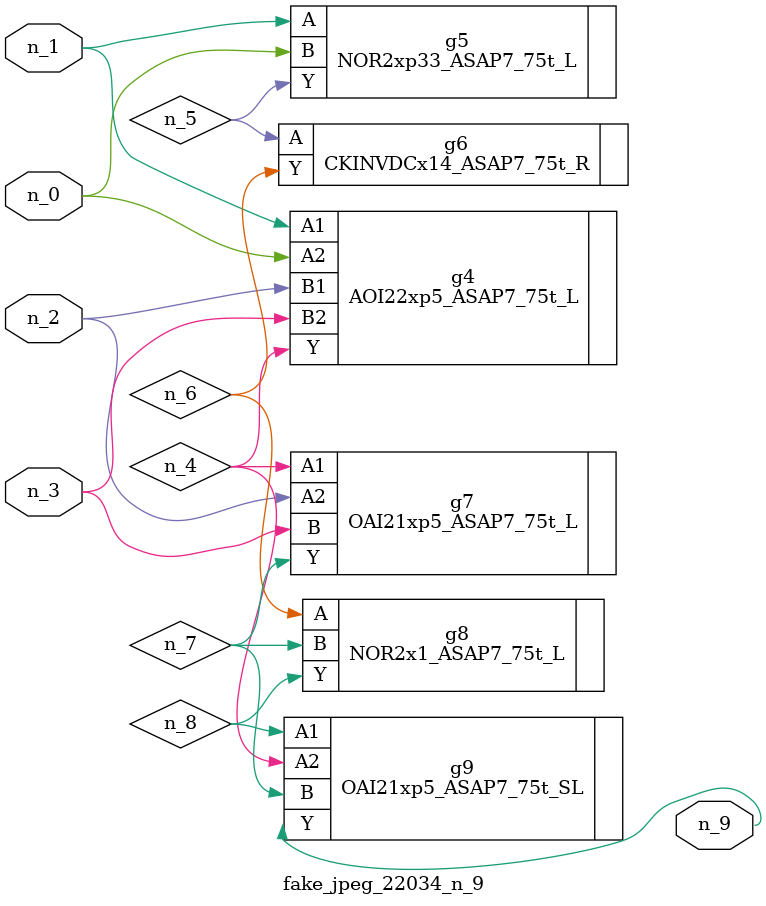
<source format=v>
module fake_jpeg_22034_n_9 (n_0, n_3, n_2, n_1, n_9);

input n_0;
input n_3;
input n_2;
input n_1;

output n_9;

wire n_4;
wire n_8;
wire n_6;
wire n_5;
wire n_7;

AOI22xp5_ASAP7_75t_L g4 ( 
.A1(n_1),
.A2(n_0),
.B1(n_2),
.B2(n_3),
.Y(n_4)
);

NOR2xp33_ASAP7_75t_L g5 ( 
.A(n_1),
.B(n_0),
.Y(n_5)
);

CKINVDCx14_ASAP7_75t_R g6 ( 
.A(n_5),
.Y(n_6)
);

NOR2x1_ASAP7_75t_L g8 ( 
.A(n_6),
.B(n_7),
.Y(n_8)
);

OAI21xp5_ASAP7_75t_L g7 ( 
.A1(n_4),
.A2(n_2),
.B(n_3),
.Y(n_7)
);

OAI21xp5_ASAP7_75t_SL g9 ( 
.A1(n_8),
.A2(n_4),
.B(n_7),
.Y(n_9)
);


endmodule
</source>
